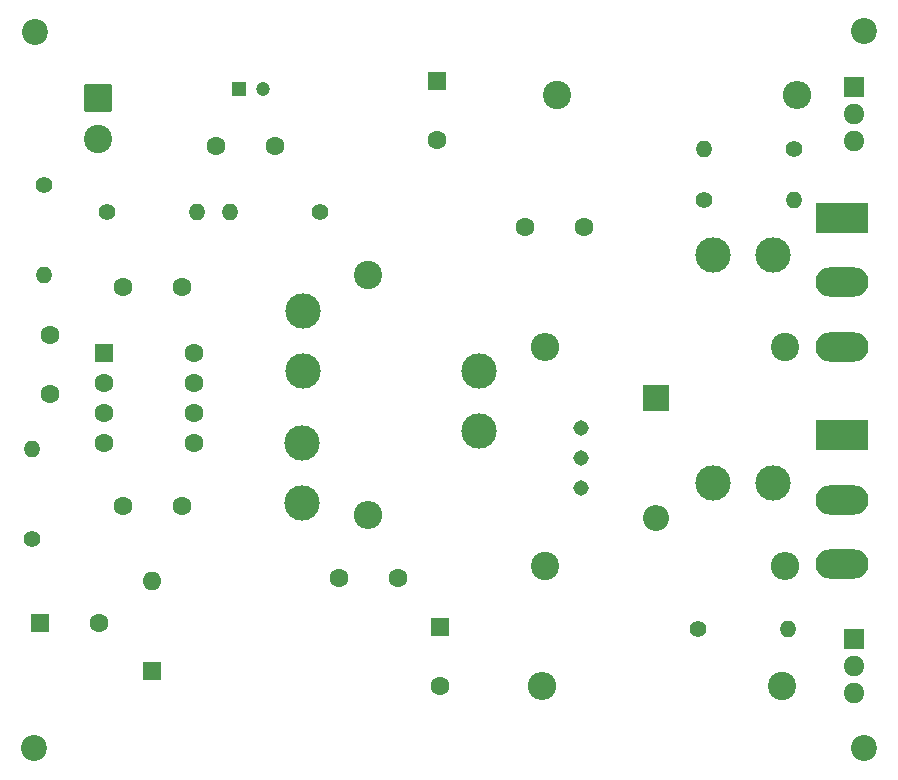
<source format=gbr>
%TF.GenerationSoftware,KiCad,Pcbnew,9.0.0*%
%TF.CreationDate,2025-04-03T19:31:54-04:00*%
%TF.ProjectId,diamond,6469616d-6f6e-4642-9e6b-696361645f70,rev?*%
%TF.SameCoordinates,Original*%
%TF.FileFunction,Soldermask,Bot*%
%TF.FilePolarity,Negative*%
%FSLAX46Y46*%
G04 Gerber Fmt 4.6, Leading zero omitted, Abs format (unit mm)*
G04 Created by KiCad (PCBNEW 9.0.0) date 2025-04-03 19:31:54*
%MOMM*%
%LPD*%
G01*
G04 APERTURE LIST*
G04 Aperture macros list*
%AMRoundRect*
0 Rectangle with rounded corners*
0 $1 Rounding radius*
0 $2 $3 $4 $5 $6 $7 $8 $9 X,Y pos of 4 corners*
0 Add a 4 corners polygon primitive as box body*
4,1,4,$2,$3,$4,$5,$6,$7,$8,$9,$2,$3,0*
0 Add four circle primitives for the rounded corners*
1,1,$1+$1,$2,$3*
1,1,$1+$1,$4,$5*
1,1,$1+$1,$6,$7*
1,1,$1+$1,$8,$9*
0 Add four rect primitives between the rounded corners*
20,1,$1+$1,$2,$3,$4,$5,0*
20,1,$1+$1,$4,$5,$6,$7,0*
20,1,$1+$1,$6,$7,$8,$9,0*
20,1,$1+$1,$8,$9,$2,$3,0*%
G04 Aperture macros list end*
%ADD10C,2.200000*%
%ADD11O,1.600000X1.600000*%
%ADD12R,1.600000X1.600000*%
%ADD13C,1.600000*%
%ADD14C,3.000000*%
%ADD15C,1.400000*%
%ADD16O,1.400000X1.400000*%
%ADD17R,1.200000X1.200000*%
%ADD18C,1.200000*%
%ADD19RoundRect,0.250001X-0.949999X0.949999X-0.949999X-0.949999X0.949999X-0.949999X0.949999X0.949999X0*%
%ADD20C,2.400000*%
%ADD21R,4.500000X2.500000*%
%ADD22O,4.500000X2.500000*%
%ADD23RoundRect,0.250000X-0.550000X-0.550000X0.550000X-0.550000X0.550000X0.550000X-0.550000X0.550000X0*%
%ADD24O,2.400000X2.400000*%
%ADD25R,1.800000X1.710000*%
%ADD26O,1.800000X1.710000*%
%ADD27R,2.200000X2.200000*%
%ADD28O,2.200000X2.200000*%
%ADD29C,1.308000*%
G04 APERTURE END LIST*
D10*
%TO.C,REF\u002A\u002A*%
X102362000Y-51308000D03*
%TD*%
D11*
%TO.C,D1*%
X112268000Y-97790000D03*
D12*
X112268000Y-105410000D03*
%TD*%
D13*
%TO.C,C1*%
X107753349Y-101346000D03*
D12*
X102753349Y-101346000D03*
%TD*%
D14*
%TO.C,J4*%
X164846000Y-89562000D03*
X159766000Y-89562000D03*
%TD*%
D15*
%TO.C,R12*%
X126492000Y-66548000D03*
D16*
X118872000Y-66548000D03*
%TD*%
D17*
%TO.C,C5*%
X119666000Y-56134000D03*
D18*
X121666000Y-56134000D03*
%TD*%
D15*
%TO.C,R6*%
X158496000Y-101854000D03*
D16*
X166116000Y-101854000D03*
%TD*%
D14*
%TO.C,J3*%
X164846000Y-70258000D03*
X159766000Y-70258000D03*
%TD*%
D19*
%TO.C,J1*%
X107696000Y-56924000D03*
D20*
X107696000Y-60424000D03*
%TD*%
D13*
%TO.C,C2*%
X148804000Y-67818000D03*
X143804000Y-67818000D03*
%TD*%
D15*
%TO.C,R7*%
X166624000Y-61214000D03*
D16*
X159004000Y-61214000D03*
%TD*%
D21*
%TO.C,Q3*%
X170654000Y-67078000D03*
D22*
X170654000Y-72528000D03*
X170654000Y-77978000D03*
%TD*%
D15*
%TO.C,R3*%
X102108000Y-94234000D03*
D16*
X102108000Y-86614000D03*
%TD*%
D13*
%TO.C,C3*%
X103632000Y-82002000D03*
X103632000Y-77002000D03*
%TD*%
%TO.C,C8*%
X109768000Y-91440000D03*
X114768000Y-91440000D03*
%TD*%
D23*
%TO.C,U1*%
X108209000Y-78486000D03*
D13*
X108209000Y-81026000D03*
X108209000Y-83566000D03*
X108209000Y-86106000D03*
X115829000Y-86106000D03*
X115829000Y-83566000D03*
X115829000Y-81026000D03*
X115829000Y-78486000D03*
%TD*%
D14*
%TO.C,J2*%
X139954000Y-85090000D03*
X139954000Y-80010000D03*
%TD*%
D20*
%TO.C,R1*%
X165608000Y-106680000D03*
D24*
X145288000Y-106680000D03*
%TD*%
D12*
%TO.C,C11*%
X136398000Y-55509349D03*
D13*
X136398000Y-60509349D03*
%TD*%
D25*
%TO.C,Q2*%
X171654000Y-56018000D03*
D26*
X171654000Y-58298000D03*
X171654000Y-60578000D03*
%TD*%
D20*
%TO.C,R8*%
X165862000Y-77978000D03*
D24*
X145542000Y-77978000D03*
%TD*%
D15*
%TO.C,R10*%
X103124000Y-64262000D03*
D16*
X103124000Y-71882000D03*
%TD*%
D20*
%TO.C,R2*%
X146558000Y-56642000D03*
D24*
X166878000Y-56642000D03*
%TD*%
D10*
%TO.C,REF\u002A\u002A*%
X172500000Y-51300000D03*
%TD*%
D14*
%TO.C,J5*%
X125068000Y-80010000D03*
X125068000Y-74930000D03*
%TD*%
D20*
%TO.C,R9*%
X145542000Y-96520000D03*
D24*
X165862000Y-96520000D03*
%TD*%
D13*
%TO.C,C6*%
X128056000Y-97536000D03*
X133056000Y-97536000D03*
%TD*%
D14*
%TO.C,J6*%
X124968000Y-91186000D03*
X124968000Y-86106000D03*
%TD*%
D27*
%TO.C,D2*%
X154940000Y-82296000D03*
D28*
X154940000Y-92456000D03*
%TD*%
D12*
%TO.C,C12*%
X136652000Y-101680000D03*
D13*
X136652000Y-106680000D03*
%TD*%
D10*
%TO.C,REF\u002A\u002A*%
X172500000Y-112000000D03*
%TD*%
D15*
%TO.C,R4*%
X108458000Y-66548000D03*
D16*
X116078000Y-66548000D03*
%TD*%
D21*
%TO.C,Q4*%
X170654000Y-85482000D03*
D22*
X170654000Y-90932000D03*
X170654000Y-96382000D03*
%TD*%
D10*
%TO.C,REF\u002A\u002A*%
X102300000Y-112000000D03*
%TD*%
D13*
%TO.C,C7*%
X109768000Y-72898000D03*
X114768000Y-72898000D03*
%TD*%
D15*
%TO.C,R5*%
X159004000Y-65532000D03*
D16*
X166624000Y-65532000D03*
%TD*%
D20*
%TO.C,R11*%
X130556000Y-71882000D03*
D24*
X130556000Y-92202000D03*
%TD*%
D13*
%TO.C,C4*%
X122642000Y-60960000D03*
X117642000Y-60960000D03*
%TD*%
D25*
%TO.C,Q1*%
X171654000Y-102766000D03*
D26*
X171654000Y-105046000D03*
X171654000Y-107326000D03*
%TD*%
D29*
%TO.C,RV1*%
X148590000Y-84836000D03*
X148590000Y-87376000D03*
X148590000Y-89916000D03*
%TD*%
M02*

</source>
